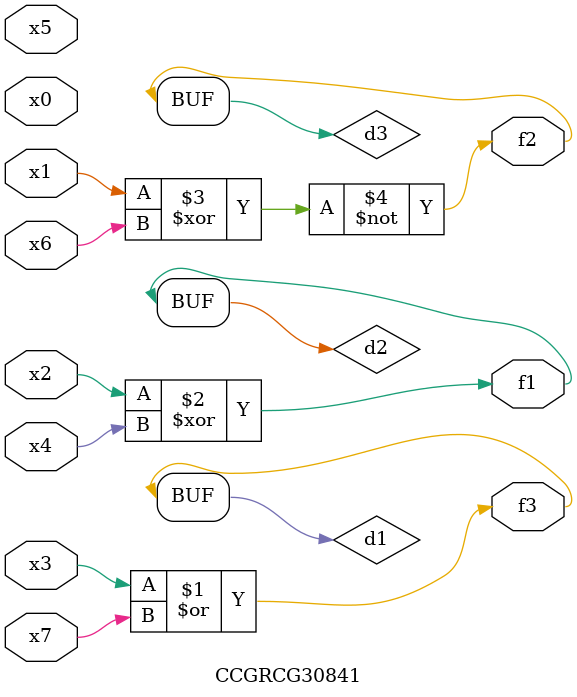
<source format=v>
module CCGRCG30841(
	input x0, x1, x2, x3, x4, x5, x6, x7,
	output f1, f2, f3
);

	wire d1, d2, d3;

	or (d1, x3, x7);
	xor (d2, x2, x4);
	xnor (d3, x1, x6);
	assign f1 = d2;
	assign f2 = d3;
	assign f3 = d1;
endmodule

</source>
